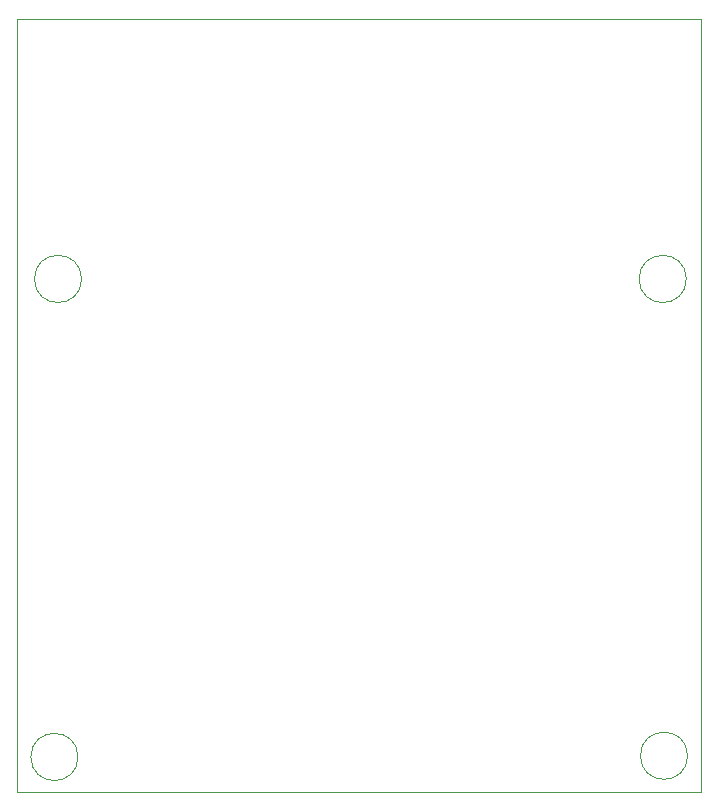
<source format=gbr>
%TF.GenerationSoftware,KiCad,Pcbnew,8.0.4-8.0.4-0~ubuntu24.04.1*%
%TF.CreationDate,2024-08-30T09:50:50+03:00*%
%TF.ProjectId,displinux,64697370-6c69-46e7-9578-2e6b69636164,rev?*%
%TF.SameCoordinates,Original*%
%TF.FileFunction,Profile,NP*%
%FSLAX46Y46*%
G04 Gerber Fmt 4.6, Leading zero omitted, Abs format (unit mm)*
G04 Created by KiCad (PCBNEW 8.0.4-8.0.4-0~ubuntu24.04.1) date 2024-08-30 09:50:50*
%MOMM*%
%LPD*%
G01*
G04 APERTURE LIST*
%TA.AperFunction,Profile*%
%ADD10C,0.050000*%
%TD*%
G04 APERTURE END LIST*
D10*
X213585000Y-51070000D02*
X271475000Y-51070000D01*
X271475000Y-116510000D01*
X213585000Y-116510000D01*
X213585000Y-51070000D01*
X218717299Y-113510000D02*
G75*
G02*
X214719999Y-113510000I-1998650J0D01*
G01*
X214719999Y-113510000D02*
G75*
G02*
X218717299Y-113510000I1998650J0D01*
G01*
X219018650Y-73040000D02*
G75*
G02*
X215021350Y-73040000I-1998650J0D01*
G01*
X215021350Y-73040000D02*
G75*
G02*
X219018650Y-73040000I1998650J0D01*
G01*
X270327299Y-113410000D02*
G75*
G02*
X266329999Y-113410000I-1998650J0D01*
G01*
X266329999Y-113410000D02*
G75*
G02*
X270327299Y-113410000I1998650J0D01*
G01*
X270217299Y-73040000D02*
G75*
G02*
X266219999Y-73040000I-1998650J0D01*
G01*
X266219999Y-73040000D02*
G75*
G02*
X270217299Y-73040000I1998650J0D01*
G01*
M02*

</source>
